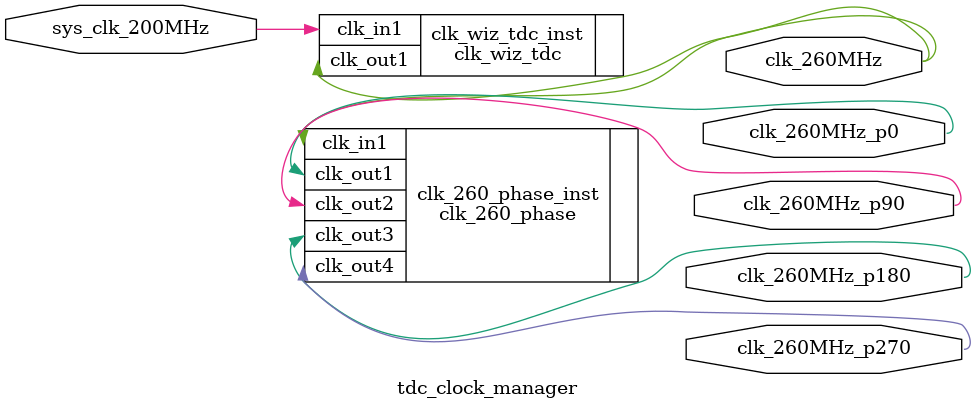
<source format=v>

`timescale 1ns / 1ps

module tdc_clock_manager (
    // 输入
    input  wire         sys_clk_200MHz,     // 系统时钟 200MHz
    
    // 输出时钟
    output wire         clk_260MHz,         // TDC 工作时钟 260MHz
    output wire         clk_260MHz_p0,      // TDC 0度相位时钟
    output wire         clk_260MHz_p90,     // TDC 90度相位时钟
    output wire         clk_260MHz_p180,    // TDC 180度相位时钟
    output wire         clk_260MHz_p270     // TDC 270度相位时钟
);

    // ========================================================================
    // 260MHz 主时钟生成
    // ========================================================================
    clk_wiz_tdc clk_wiz_tdc_inst (
        .clk_in1(sys_clk_200MHz),           // 200MHz 输入
        .clk_out1(clk_260MHz)               // 260MHz 输出
    );

    // ========================================================================
    // 260MHz 四相位时钟生成
    // ========================================================================
    clk_260_phase clk_260_phase_inst (
        .clk_in1(clk_260MHz),
        .clk_out1(clk_260MHz_p0),           // 0度
        .clk_out2(clk_260MHz_p90),          // 90度
        .clk_out3(clk_260MHz_p180),         // 180度
        .clk_out4(clk_260MHz_p270)          // 270度
    );

endmodule

</source>
